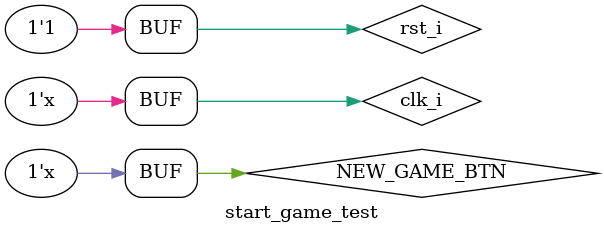
<source format=v>
`timescale 1ns / 1ps


module start_game_test(

    );
    reg clk_i;
    reg rst_i;
    reg NEW_GAME_BTN;
    wire lines_type_int;
    
    start_game #(.WaitStart(100)) start(
        .rst_i(rst_i),
        .clk_i(clk_i),
        .new_game_i(NEW_GAME_BTN),
        .line_type_o(lines_type_int)
    );
    
    initial begin
        rst_i = 1'b0;
        clk_i = 1'b0;
        NEW_GAME_BTN = 1'b0;
        #10 rst_i = 1'b1;
    end
    
    always begin
        #1 clk_i = ~clk_i;
    end
    
    always begin
        #1000 NEW_GAME_BTN = ~NEW_GAME_BTN;
    end
    
endmodule

</source>
